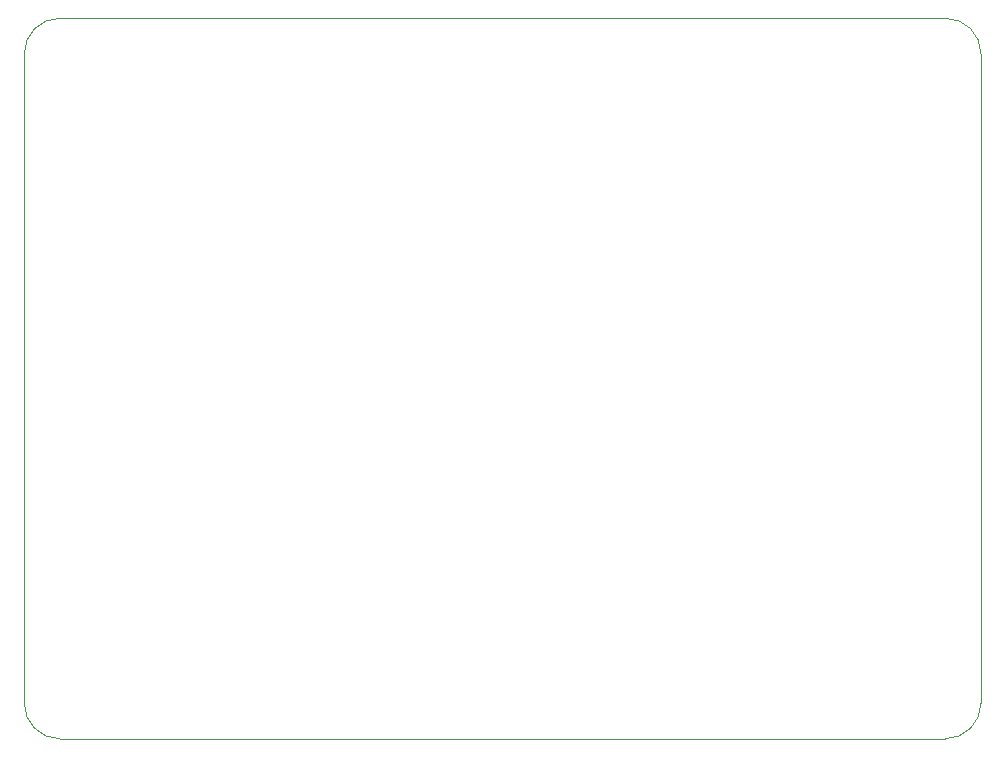
<source format=gbr>
%TF.GenerationSoftware,KiCad,Pcbnew,9.0.0*%
%TF.CreationDate,2025-04-18T23:18:59-05:00*%
%TF.ProjectId,BSPD,42535044-2e6b-4696-9361-645f70636258,rev?*%
%TF.SameCoordinates,Original*%
%TF.FileFunction,Profile,NP*%
%FSLAX46Y46*%
G04 Gerber Fmt 4.6, Leading zero omitted, Abs format (unit mm)*
G04 Created by KiCad (PCBNEW 9.0.0) date 2025-04-18 23:18:59*
%MOMM*%
%LPD*%
G01*
G04 APERTURE LIST*
%TA.AperFunction,Profile*%
%ADD10C,0.050000*%
%TD*%
G04 APERTURE END LIST*
D10*
X123700000Y-136100000D02*
G75*
G02*
X120700000Y-133100000I0J3000000D01*
G01*
X123700000Y-136100000D02*
X198700000Y-136100000D01*
X120700000Y-78100000D02*
G75*
G02*
X123700000Y-75100000I3000000J0D01*
G01*
X198700000Y-75100000D02*
X123700000Y-75100000D01*
X120700000Y-78100000D02*
X120700000Y-133100000D01*
X201700000Y-133100000D02*
G75*
G02*
X198700000Y-136100000I-3000000J0D01*
G01*
X201700000Y-133100000D02*
X201700000Y-78100000D01*
X198700000Y-75100000D02*
G75*
G02*
X201700000Y-78100000I0J-3000000D01*
G01*
M02*

</source>
